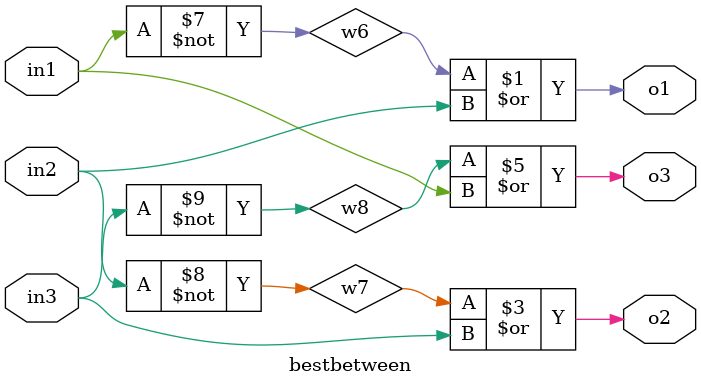
<source format=v>
module bestbetween(output o1, o2, o3, input in1, in2, in3);

   wire w0, w1, w2, w3, w4, w5, w6, w7, w8;
   
   
   not (w6, in1);
   not (w7, in2);
   not (w8, in3);
   nor (w3, w6, in2);
   nor (w4, w7, in3);
   nor (w5, w8, in1);
   not (o1, w3);
   not (o2, w4);
   not (o3, w5);

endmodule

</source>
